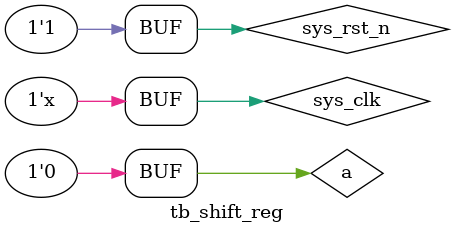
<source format=v>
`timescale 1ns/1ns

module tb_shift_reg();

reg a;
reg sys_clk;
reg sys_rst_n;

wire y;

initial begin
    a <= 1'b0;
    sys_clk <= 1'b1;
    sys_rst_n <= 1'b0;

    #200
    sys_rst_n <= 1'b1;

    #100
    a <= 1'b1;

    #100
    a <= 1'b0;
end

always #10 sys_clk <= ~sys_clk;

shift_reg shift_reg_inst(
    .a(a),
    .sys_clk(sys_clk),
    .sys_rst_n(sys_rst_n),

    .y(y)
);

endmodule
</source>
